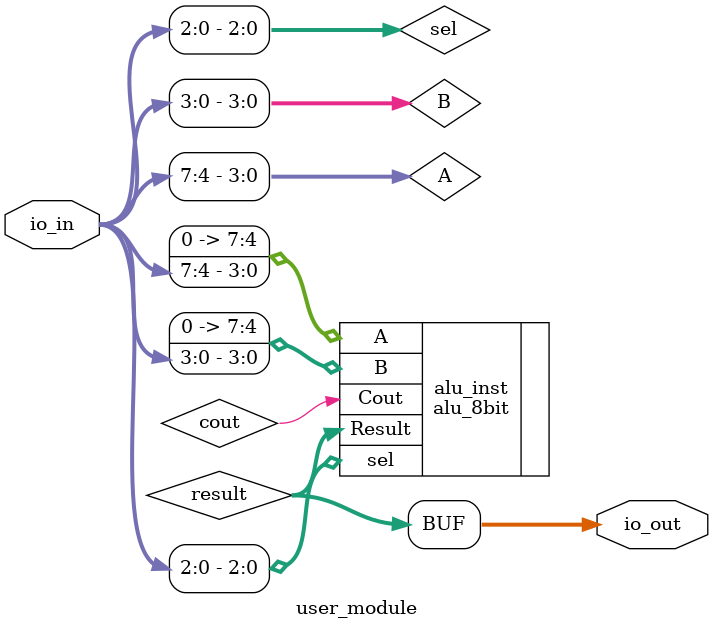
<source format=v>
module user_module (
    input  [7:0] io_in,
    output [7:0] io_out
);
    wire [3:0] A = io_in[7:4];
    wire [3:0] B = io_in[3:0];
    wire [2:0] sel = io_in[2:0]; // limitado

    wire [7:0] result;
    wire cout;

    alu_8bit alu_inst (
        .A({4'b0000, A}),
        .B({4'b0000, B}),
        .sel(sel),
        .Result(result),
        .Cout(cout)
    );

    assign io_out = result;
endmodule

</source>
